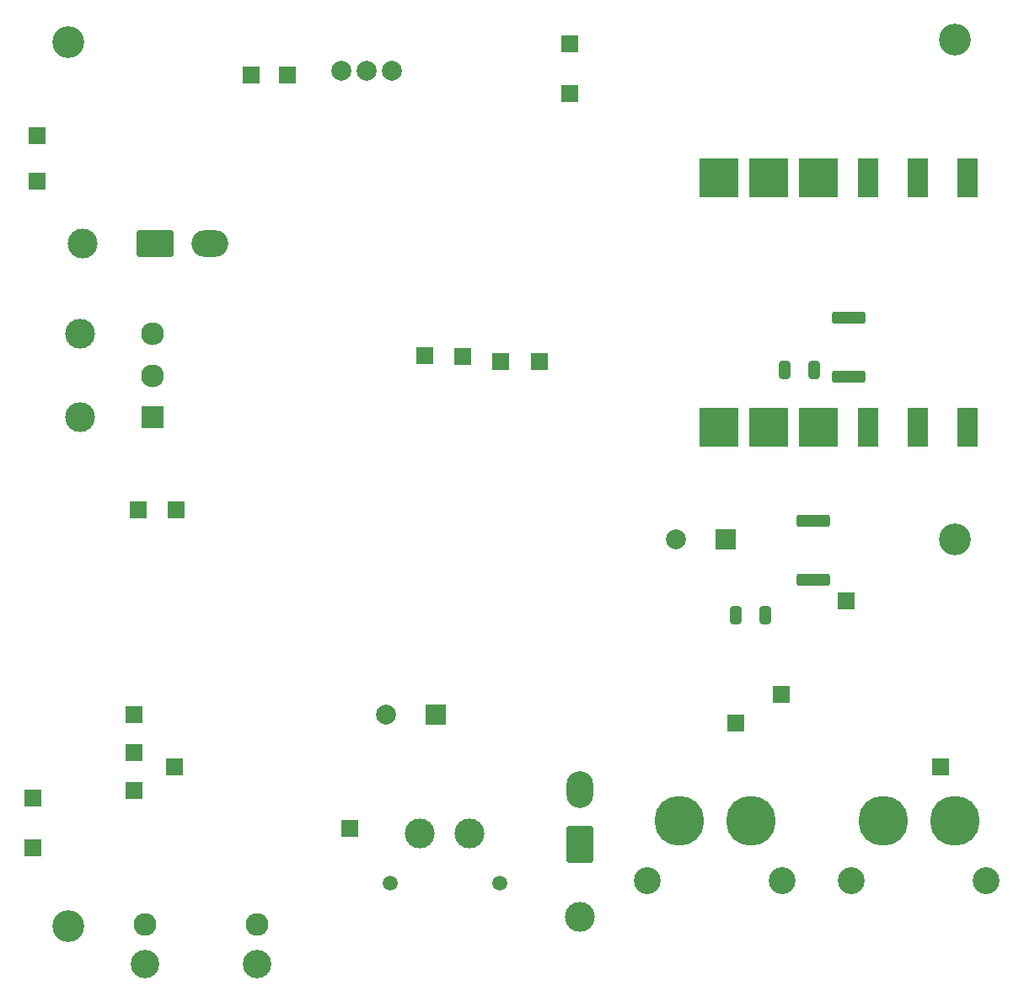
<source format=gbr>
%TF.GenerationSoftware,KiCad,Pcbnew,8.0.0*%
%TF.CreationDate,2024-03-30T16:18:18+01:00*%
%TF.ProjectId,schematic-main,73636865-6d61-4746-9963-2d6d61696e2e,rev?*%
%TF.SameCoordinates,Original*%
%TF.FileFunction,Soldermask,Bot*%
%TF.FilePolarity,Negative*%
%FSLAX46Y46*%
G04 Gerber Fmt 4.6, Leading zero omitted, Abs format (unit mm)*
G04 Created by KiCad (PCBNEW 8.0.0) date 2024-03-30 16:18:18*
%MOMM*%
%LPD*%
G01*
G04 APERTURE LIST*
G04 Aperture macros list*
%AMRoundRect*
0 Rectangle with rounded corners*
0 $1 Rounding radius*
0 $2 $3 $4 $5 $6 $7 $8 $9 X,Y pos of 4 corners*
0 Add a 4 corners polygon primitive as box body*
4,1,4,$2,$3,$4,$5,$6,$7,$8,$9,$2,$3,0*
0 Add four circle primitives for the rounded corners*
1,1,$1+$1,$2,$3*
1,1,$1+$1,$4,$5*
1,1,$1+$1,$6,$7*
1,1,$1+$1,$8,$9*
0 Add four rect primitives between the rounded corners*
20,1,$1+$1,$2,$3,$4,$5,0*
20,1,$1+$1,$4,$5,$6,$7,0*
20,1,$1+$1,$6,$7,$8,$9,0*
20,1,$1+$1,$8,$9,$2,$3,0*%
G04 Aperture macros list end*
%ADD10R,1.700000X1.700000*%
%ADD11R,2.000000X2.000000*%
%ADD12C,2.000000*%
%ADD13C,5.000000*%
%ADD14C,2.700000*%
%ADD15C,3.200000*%
%ADD16C,3.000000*%
%ADD17R,2.300000X2.300000*%
%ADD18C,2.300000*%
%ADD19RoundRect,0.250000X-1.425000X0.362500X-1.425000X-0.362500X1.425000X-0.362500X1.425000X0.362500X0*%
%ADD20C,2.280000*%
%ADD21C,2.850000*%
%ADD22RoundRect,0.250001X1.599999X-1.099999X1.599999X1.099999X-1.599999X1.099999X-1.599999X-1.099999X0*%
%ADD23O,3.700000X2.700000*%
%ADD24R,2.000000X4.000000*%
%ADD25R,4.000000X4.000000*%
%ADD26C,1.500000*%
%ADD27RoundRect,0.250001X1.099999X1.599999X-1.099999X1.599999X-1.099999X-1.599999X1.099999X-1.599999X0*%
%ADD28O,2.700000X3.700000*%
%ADD29RoundRect,0.250000X-0.325000X-0.650000X0.325000X-0.650000X0.325000X0.650000X-0.325000X0.650000X0*%
G04 APERTURE END LIST*
D10*
%TO.C,TP3*%
X112600000Y-58900000D03*
%TD*%
%TO.C,D_P_W*%
X87000000Y-131600000D03*
%TD*%
%TO.C,D_Pot_A*%
X87000000Y-136600000D03*
%TD*%
D11*
%TO.C,C45*%
X156567677Y-105600000D03*
D12*
X151567677Y-105600000D03*
%TD*%
D10*
%TO.C,TP5*%
X140900000Y-60800000D03*
%TD*%
%TO.C,I/O3*%
X97200000Y-130800000D03*
%TD*%
%TO.C,TP_SC*%
X178200000Y-128400000D03*
%TD*%
D13*
%TO.C,J6*%
X179600000Y-133837500D03*
D14*
X182750000Y-139837500D03*
D13*
X172400000Y-133837500D03*
D14*
X169250000Y-139837500D03*
%TD*%
D12*
%TO.C,PS1*%
X117960000Y-58500000D03*
X120500000Y-58500000D03*
X123040000Y-58500000D03*
%TD*%
D15*
%TO.C,REF\u002A\u002A*%
X179600000Y-105600000D03*
%TD*%
D10*
%TO.C,TP22*%
X137900000Y-87700000D03*
%TD*%
%TO.C,I/O4*%
X101200000Y-128400000D03*
%TD*%
%TO.C,TP17*%
X126350000Y-87150000D03*
%TD*%
D15*
%TO.C,REF\u002A\u002A*%
X90600000Y-144400000D03*
%TD*%
%TO.C,REF\u002A\u002A*%
X179600000Y-55400000D03*
%TD*%
D13*
%TO.C,J5*%
X159100000Y-133837500D03*
D14*
X162250000Y-139837500D03*
D13*
X151900000Y-133837500D03*
D14*
X148750000Y-139837500D03*
%TD*%
D10*
%TO.C,5V*%
X140900000Y-55800000D03*
%TD*%
D16*
%TO.C,J2*%
X91712900Y-84915750D03*
X91712900Y-93315750D03*
D17*
X99012900Y-93315750D03*
D18*
X99012900Y-89115750D03*
X99012900Y-84915750D03*
%TD*%
D10*
%TO.C,FC_C*%
X157600000Y-124075000D03*
%TD*%
%TO.C,TP1*%
X97600000Y-102600000D03*
%TD*%
D19*
%TO.C,R35*%
X165400000Y-103737500D03*
X165400000Y-109662500D03*
%TD*%
D11*
%TO.C,C32*%
X127467677Y-123200000D03*
D12*
X122467677Y-123200000D03*
%TD*%
D20*
%TO.C,P1*%
X98280000Y-144240000D03*
D21*
X98280000Y-148240000D03*
D20*
X109520000Y-144240000D03*
D21*
X109520000Y-148240000D03*
%TD*%
D10*
%TO.C,TP8*%
X87400000Y-69600000D03*
%TD*%
%TO.C,TP18*%
X130150000Y-87200000D03*
%TD*%
%TO.C,MC_C*%
X168700000Y-111800000D03*
%TD*%
D16*
%TO.C,J1*%
X91975000Y-75900000D03*
D22*
X99275000Y-75900000D03*
D23*
X104775000Y-75900000D03*
%TD*%
D10*
%TO.C,3.3V*%
X87400000Y-65000000D03*
%TD*%
%TO.C,I/O2*%
X97200000Y-127000000D03*
%TD*%
%TO.C,TP_FC*%
X118800000Y-134600000D03*
%TD*%
D15*
%TO.C,REF\u002A\u002A*%
X90600000Y-55600000D03*
%TD*%
D24*
%TO.C,L3*%
X180900000Y-69300000D03*
X175900000Y-69300000D03*
X170900000Y-69300000D03*
D25*
X165900000Y-69300000D03*
X160900000Y-69300000D03*
X155900000Y-69300000D03*
D24*
X180900000Y-94300000D03*
X175900000Y-94300000D03*
X170900000Y-94300000D03*
D25*
X165900000Y-94300000D03*
X160900000Y-94300000D03*
X155900000Y-94300000D03*
%TD*%
D10*
%TO.C,12V*%
X108900000Y-58900000D03*
%TD*%
D26*
%TO.C,J3*%
X133900000Y-140137500D03*
D16*
X130900000Y-135137500D03*
D26*
X122900000Y-140137500D03*
D16*
X125900000Y-135137500D03*
%TD*%
D10*
%TO.C,SC_C*%
X162200000Y-121200000D03*
%TD*%
D16*
%TO.C,J4*%
X141912500Y-143500000D03*
D27*
X141912500Y-136200000D03*
D28*
X141912500Y-130700000D03*
%TD*%
D10*
%TO.C,TP21*%
X134000000Y-87700000D03*
%TD*%
%TO.C,I/O1*%
X97200000Y-123200000D03*
%TD*%
%TO.C,TP2*%
X101400000Y-102600000D03*
%TD*%
D29*
%TO.C,C43*%
X157625000Y-113200000D03*
X160575000Y-113200000D03*
%TD*%
D19*
%TO.C,R36*%
X169000000Y-83337500D03*
X169000000Y-89262500D03*
%TD*%
D29*
%TO.C,C44*%
X162525000Y-88600000D03*
X165475000Y-88600000D03*
%TD*%
M02*

</source>
